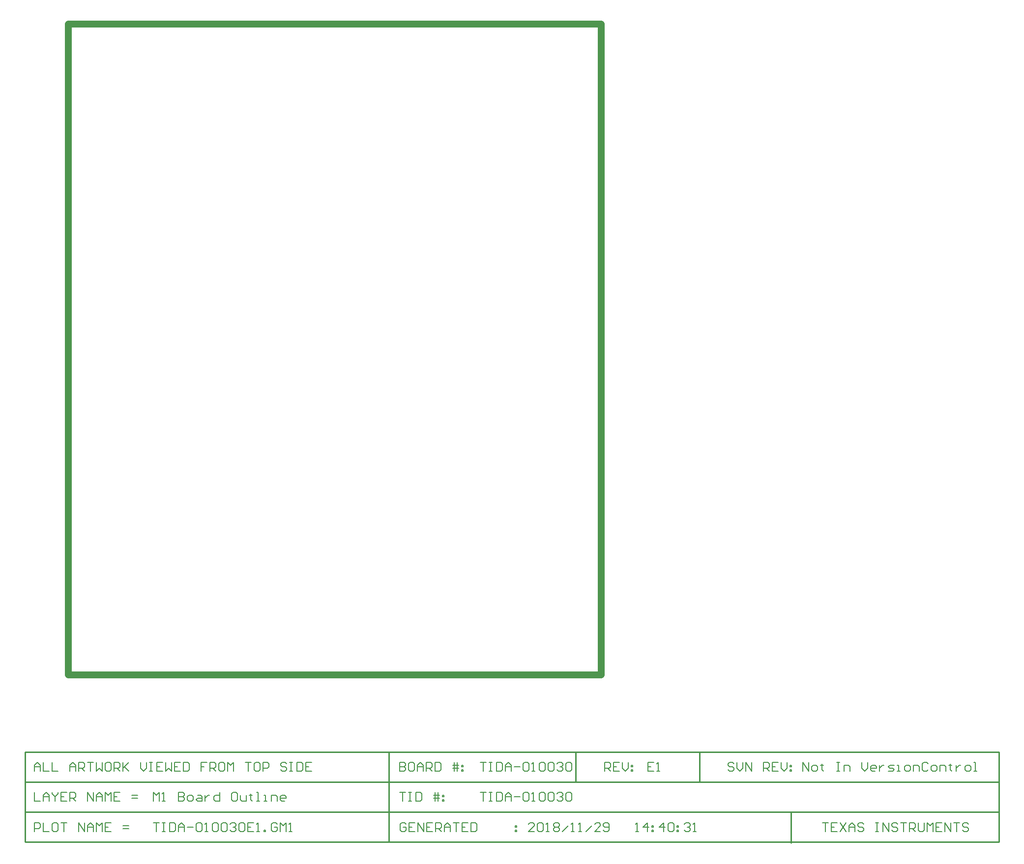
<source format=gm1>
G04 Layer_Color=11296232*
%FSAX25Y25*%
%MOIN*%
G70*
G01*
G75*
%ADD50C,0.01000*%
%ADD63C,0.00800*%
%ADD149C,0.04724*%
G54D50*
X0559400Y0039400D02*
Y0059683D01*
X0440500Y0040050D02*
X0700200D01*
Y0101050D01*
X0286500Y0040050D02*
Y0101050D01*
X0040000Y0040050D02*
Y0101050D01*
X0040050Y0040050D02*
X0197600D01*
X0040050D02*
Y0101050D01*
Y0101050D02*
X0700200D01*
X0040000Y0040050D02*
X0440500D01*
X0040000Y0060383D02*
X0700000D01*
X0040000Y0080717D02*
X0700200D01*
X0413200D02*
Y0101050D01*
X0497200Y0080717D02*
Y0101050D01*
G54D63*
X0126900Y0067551D02*
Y0073549D01*
X0128899Y0071549D01*
X0130899Y0073549D01*
Y0067551D01*
X0132898D02*
X0134897D01*
X0133898D01*
Y0073549D01*
X0132898Y0072549D01*
X0143895Y0073549D02*
Y0067551D01*
X0146894D01*
X0147893Y0068550D01*
Y0069550D01*
X0146894Y0070550D01*
X0143895D01*
X0146894D01*
X0147893Y0071549D01*
Y0072549D01*
X0146894Y0073549D01*
X0143895D01*
X0150892Y0067551D02*
X0152892D01*
X0153891Y0068550D01*
Y0070550D01*
X0152892Y0071549D01*
X0150892D01*
X0149893Y0070550D01*
Y0068550D01*
X0150892Y0067551D01*
X0156890Y0071549D02*
X0158890D01*
X0159889Y0070550D01*
Y0067551D01*
X0156890D01*
X0155891Y0068550D01*
X0156890Y0069550D01*
X0159889D01*
X0161889Y0071549D02*
Y0067551D01*
Y0069550D01*
X0162888Y0070550D01*
X0163888Y0071549D01*
X0164888D01*
X0171885Y0073549D02*
Y0067551D01*
X0168886D01*
X0167887Y0068550D01*
Y0070550D01*
X0168886Y0071549D01*
X0171885D01*
X0182882Y0073549D02*
X0180883D01*
X0179883Y0072549D01*
Y0068550D01*
X0180883Y0067551D01*
X0182882D01*
X0183882Y0068550D01*
Y0072549D01*
X0182882Y0073549D01*
X0185881Y0071549D02*
Y0068550D01*
X0186881Y0067551D01*
X0189880D01*
Y0071549D01*
X0192879Y0072549D02*
Y0071549D01*
X0191879D01*
X0193878D01*
X0192879D01*
Y0068550D01*
X0193878Y0067551D01*
X0196877D02*
X0198877D01*
X0197877D01*
Y0073549D01*
X0196877D01*
X0201876Y0067551D02*
X0203875D01*
X0202875D01*
Y0071549D01*
X0201876D01*
X0206874Y0067551D02*
Y0071549D01*
X0209873D01*
X0210873Y0070550D01*
Y0067551D01*
X0215871D02*
X0213872D01*
X0212872Y0068550D01*
Y0070550D01*
X0213872Y0071549D01*
X0215871D01*
X0216871Y0070550D01*
Y0069550D01*
X0212872D01*
X0348550Y0073498D02*
X0352549D01*
X0350549D01*
Y0067500D01*
X0354548Y0073498D02*
X0356547D01*
X0355548D01*
Y0067500D01*
X0354548D01*
X0356547D01*
X0359546Y0073498D02*
Y0067500D01*
X0362545D01*
X0363545Y0068500D01*
Y0072498D01*
X0362545Y0073498D01*
X0359546D01*
X0365545Y0067500D02*
Y0071499D01*
X0367544Y0073498D01*
X0369543Y0071499D01*
Y0067500D01*
Y0070499D01*
X0365545D01*
X0371543D02*
X0375541D01*
X0377541Y0072498D02*
X0378540Y0073498D01*
X0380540D01*
X0381539Y0072498D01*
Y0068500D01*
X0380540Y0067500D01*
X0378540D01*
X0377541Y0068500D01*
Y0072498D01*
X0383539Y0067500D02*
X0385538D01*
X0384538D01*
Y0073498D01*
X0383539Y0072498D01*
X0388537D02*
X0389537Y0073498D01*
X0391536D01*
X0392536Y0072498D01*
Y0068500D01*
X0391536Y0067500D01*
X0389537D01*
X0388537Y0068500D01*
Y0072498D01*
X0394535D02*
X0395535Y0073498D01*
X0397534D01*
X0398534Y0072498D01*
Y0068500D01*
X0397534Y0067500D01*
X0395535D01*
X0394535Y0068500D01*
Y0072498D01*
X0400533D02*
X0401533Y0073498D01*
X0403532D01*
X0404532Y0072498D01*
Y0071499D01*
X0403532Y0070499D01*
X0402532D01*
X0403532D01*
X0404532Y0069499D01*
Y0068500D01*
X0403532Y0067500D01*
X0401533D01*
X0400533Y0068500D01*
X0406531Y0072498D02*
X0407531Y0073498D01*
X0409530D01*
X0410530Y0072498D01*
Y0068500D01*
X0409530Y0067500D01*
X0407531D01*
X0406531Y0068500D01*
Y0072498D01*
X0294000Y0073498D02*
X0297999D01*
X0295999D01*
Y0067500D01*
X0299998Y0073498D02*
X0301997D01*
X0300998D01*
Y0067500D01*
X0299998D01*
X0301997D01*
X0304996Y0073498D02*
Y0067500D01*
X0307996D01*
X0308995Y0068500D01*
Y0072498D01*
X0307996Y0073498D01*
X0304996D01*
X0317992Y0067500D02*
Y0073498D01*
X0319992D02*
Y0067500D01*
X0316993Y0071499D02*
X0319992D01*
X0320991D01*
X0316993Y0069499D02*
X0320991D01*
X0322991Y0071499D02*
X0323990D01*
Y0070499D01*
X0322991D01*
Y0071499D01*
Y0068500D02*
X0323990D01*
Y0067500D01*
X0322991D01*
Y0068500D01*
X0580500Y0052965D02*
X0584499D01*
X0582499D01*
Y0046966D01*
X0590497Y0052965D02*
X0586498D01*
Y0046966D01*
X0590497D01*
X0586498Y0049966D02*
X0588497D01*
X0592496Y0052965D02*
X0596495Y0046966D01*
Y0052965D02*
X0592496Y0046966D01*
X0598494D02*
Y0050965D01*
X0600493Y0052965D01*
X0602493Y0050965D01*
Y0046966D01*
Y0049966D01*
X0598494D01*
X0608491Y0051965D02*
X0607491Y0052965D01*
X0605492D01*
X0604492Y0051965D01*
Y0050965D01*
X0605492Y0049966D01*
X0607491D01*
X0608491Y0048966D01*
Y0047966D01*
X0607491Y0046966D01*
X0605492D01*
X0604492Y0047966D01*
X0616488Y0052965D02*
X0618488D01*
X0617488D01*
Y0046966D01*
X0616488D01*
X0618488D01*
X0621487D02*
Y0052965D01*
X0625486Y0046966D01*
Y0052965D01*
X0631484Y0051965D02*
X0630484Y0052965D01*
X0628484D01*
X0627485Y0051965D01*
Y0050965D01*
X0628484Y0049966D01*
X0630484D01*
X0631484Y0048966D01*
Y0047966D01*
X0630484Y0046966D01*
X0628484D01*
X0627485Y0047966D01*
X0633483Y0052965D02*
X0637482D01*
X0635482D01*
Y0046966D01*
X0639481D02*
Y0052965D01*
X0642480D01*
X0643480Y0051965D01*
Y0049966D01*
X0642480Y0048966D01*
X0639481D01*
X0641480D02*
X0643480Y0046966D01*
X0645479Y0052965D02*
Y0047966D01*
X0646479Y0046966D01*
X0648478D01*
X0649478Y0047966D01*
Y0052965D01*
X0651477Y0046966D02*
Y0052965D01*
X0653476Y0050965D01*
X0655476Y0052965D01*
Y0046966D01*
X0661474Y0052965D02*
X0657475D01*
Y0046966D01*
X0661474D01*
X0657475Y0049966D02*
X0659474D01*
X0663473Y0046966D02*
Y0052965D01*
X0667472Y0046966D01*
Y0052965D01*
X0669471D02*
X0673470D01*
X0671471D01*
Y0046966D01*
X0679468Y0051965D02*
X0678468Y0052965D01*
X0676469D01*
X0675469Y0051965D01*
Y0050965D01*
X0676469Y0049966D01*
X0678468D01*
X0679468Y0048966D01*
Y0047966D01*
X0678468Y0046966D01*
X0676469D01*
X0675469Y0047966D01*
X0454050Y0046966D02*
X0456049D01*
X0455050D01*
Y0052965D01*
X0454050Y0051965D01*
X0462047Y0046966D02*
Y0052965D01*
X0459048Y0049966D01*
X0463047D01*
X0465046Y0050965D02*
X0466046D01*
Y0049966D01*
X0465046D01*
Y0050965D01*
Y0047966D02*
X0466046D01*
Y0046966D01*
X0465046D01*
Y0047966D01*
X0473044Y0046966D02*
Y0052965D01*
X0470045Y0049966D01*
X0474044D01*
X0476043Y0051965D02*
X0477043Y0052965D01*
X0479042D01*
X0480042Y0051965D01*
Y0047966D01*
X0479042Y0046966D01*
X0477043D01*
X0476043Y0047966D01*
Y0051965D01*
X0482041Y0050965D02*
X0483041D01*
Y0049966D01*
X0482041D01*
Y0050965D01*
Y0047966D02*
X0483041D01*
Y0046966D01*
X0482041D01*
Y0047966D01*
X0487039Y0051965D02*
X0488039Y0052965D01*
X0490038D01*
X0491038Y0051965D01*
Y0050965D01*
X0490038Y0049966D01*
X0489039D01*
X0490038D01*
X0491038Y0048966D01*
Y0047966D01*
X0490038Y0046966D01*
X0488039D01*
X0487039Y0047966D01*
X0493037Y0046966D02*
X0495037D01*
X0494037D01*
Y0052965D01*
X0493037Y0051965D01*
X0046350Y0046966D02*
Y0052965D01*
X0049349D01*
X0050349Y0051965D01*
Y0049966D01*
X0049349Y0048966D01*
X0046350D01*
X0052348Y0052965D02*
Y0046966D01*
X0056347D01*
X0061345Y0052965D02*
X0059346D01*
X0058346Y0051965D01*
Y0047966D01*
X0059346Y0046966D01*
X0061345D01*
X0062345Y0047966D01*
Y0051965D01*
X0061345Y0052965D01*
X0064344D02*
X0068343D01*
X0066343D01*
Y0046966D01*
X0076340D02*
Y0052965D01*
X0080339Y0046966D01*
Y0052965D01*
X0082338Y0046966D02*
Y0050965D01*
X0084338Y0052965D01*
X0086337Y0050965D01*
Y0046966D01*
Y0049966D01*
X0082338D01*
X0088336Y0046966D02*
Y0052965D01*
X0090336Y0050965D01*
X0092335Y0052965D01*
Y0046966D01*
X0098333Y0052965D02*
X0094335D01*
Y0046966D01*
X0098333D01*
X0094335Y0049966D02*
X0096334D01*
X0106331Y0048966D02*
X0110329D01*
X0106331Y0050965D02*
X0110329D01*
X0046350Y0073549D02*
Y0067551D01*
X0050349D01*
X0052348D02*
Y0071549D01*
X0054347Y0073549D01*
X0056347Y0071549D01*
Y0067551D01*
Y0070550D01*
X0052348D01*
X0058346Y0073549D02*
Y0072549D01*
X0060346Y0070550D01*
X0062345Y0072549D01*
Y0073549D01*
X0060346Y0070550D02*
Y0067551D01*
X0068343Y0073549D02*
X0064344D01*
Y0067551D01*
X0068343D01*
X0064344Y0070550D02*
X0066343D01*
X0070342Y0067551D02*
Y0073549D01*
X0073341D01*
X0074341Y0072549D01*
Y0070550D01*
X0073341Y0069550D01*
X0070342D01*
X0072342D02*
X0074341Y0067551D01*
X0082338D02*
Y0073549D01*
X0086337Y0067551D01*
Y0073549D01*
X0088336Y0067551D02*
Y0071549D01*
X0090336Y0073549D01*
X0092335Y0071549D01*
Y0067551D01*
Y0070550D01*
X0088336D01*
X0094335Y0067551D02*
Y0073549D01*
X0096334Y0071549D01*
X0098333Y0073549D01*
Y0067551D01*
X0104331Y0073549D02*
X0100332D01*
Y0067551D01*
X0104331D01*
X0100332Y0070550D02*
X0102332D01*
X0112329Y0069550D02*
X0116327D01*
X0112329Y0071549D02*
X0116327D01*
X0294000Y0093831D02*
Y0087833D01*
X0296999D01*
X0297999Y0088833D01*
Y0089833D01*
X0296999Y0090832D01*
X0294000D01*
X0296999D01*
X0297999Y0091832D01*
Y0092832D01*
X0296999Y0093831D01*
X0294000D01*
X0302997D02*
X0300998D01*
X0299998Y0092832D01*
Y0088833D01*
X0300998Y0087833D01*
X0302997D01*
X0303997Y0088833D01*
Y0092832D01*
X0302997Y0093831D01*
X0305996Y0087833D02*
Y0091832D01*
X0307996Y0093831D01*
X0309995Y0091832D01*
Y0087833D01*
Y0090832D01*
X0305996D01*
X0311994Y0087833D02*
Y0093831D01*
X0314993D01*
X0315993Y0092832D01*
Y0090832D01*
X0314993Y0089833D01*
X0311994D01*
X0313994D02*
X0315993Y0087833D01*
X0317992Y0093831D02*
Y0087833D01*
X0320991D01*
X0321991Y0088833D01*
Y0092832D01*
X0320991Y0093831D01*
X0317992D01*
X0330988Y0087833D02*
Y0093831D01*
X0332987D02*
Y0087833D01*
X0329988Y0091832D02*
X0332987D01*
X0333987D01*
X0329988Y0089833D02*
X0333987D01*
X0335986Y0091832D02*
X0336986D01*
Y0090832D01*
X0335986D01*
Y0091832D01*
Y0088833D02*
X0336986D01*
Y0087833D01*
X0335986D01*
Y0088833D01*
X0348550Y0093831D02*
X0352549D01*
X0350549D01*
Y0087833D01*
X0354548Y0093831D02*
X0356547D01*
X0355548D01*
Y0087833D01*
X0354548D01*
X0356547D01*
X0359546Y0093831D02*
Y0087833D01*
X0362545D01*
X0363545Y0088833D01*
Y0092832D01*
X0362545Y0093831D01*
X0359546D01*
X0365545Y0087833D02*
Y0091832D01*
X0367544Y0093831D01*
X0369543Y0091832D01*
Y0087833D01*
Y0090832D01*
X0365545D01*
X0371543D02*
X0375541D01*
X0377541Y0092832D02*
X0378540Y0093831D01*
X0380540D01*
X0381539Y0092832D01*
Y0088833D01*
X0380540Y0087833D01*
X0378540D01*
X0377541Y0088833D01*
Y0092832D01*
X0383539Y0087833D02*
X0385538D01*
X0384538D01*
Y0093831D01*
X0383539Y0092832D01*
X0388537D02*
X0389537Y0093831D01*
X0391536D01*
X0392536Y0092832D01*
Y0088833D01*
X0391536Y0087833D01*
X0389537D01*
X0388537Y0088833D01*
Y0092832D01*
X0394535D02*
X0395535Y0093831D01*
X0397534D01*
X0398534Y0092832D01*
Y0088833D01*
X0397534Y0087833D01*
X0395535D01*
X0394535Y0088833D01*
Y0092832D01*
X0400533D02*
X0401533Y0093831D01*
X0403532D01*
X0404532Y0092832D01*
Y0091832D01*
X0403532Y0090832D01*
X0402532D01*
X0403532D01*
X0404532Y0089833D01*
Y0088833D01*
X0403532Y0087833D01*
X0401533D01*
X0400533Y0088833D01*
X0406531Y0092832D02*
X0407531Y0093831D01*
X0409530D01*
X0410530Y0092832D01*
Y0088833D01*
X0409530Y0087833D01*
X0407531D01*
X0406531Y0088833D01*
Y0092832D01*
X0466149Y0093831D02*
X0462150D01*
Y0087833D01*
X0466149D01*
X0462150Y0090832D02*
X0464149D01*
X0468148Y0087833D02*
X0470147D01*
X0469148D01*
Y0093831D01*
X0468148Y0092832D01*
X0046350Y0087833D02*
Y0091832D01*
X0048349Y0093831D01*
X0050349Y0091832D01*
Y0087833D01*
Y0090832D01*
X0046350D01*
X0052348Y0093831D02*
Y0087833D01*
X0056347D01*
X0058346Y0093831D02*
Y0087833D01*
X0062345D01*
X0070342D02*
Y0091832D01*
X0072342Y0093831D01*
X0074341Y0091832D01*
Y0087833D01*
Y0090832D01*
X0070342D01*
X0076340Y0087833D02*
Y0093831D01*
X0079339D01*
X0080339Y0092832D01*
Y0090832D01*
X0079339Y0089833D01*
X0076340D01*
X0078340D02*
X0080339Y0087833D01*
X0082338Y0093831D02*
X0086337D01*
X0084338D01*
Y0087833D01*
X0088336Y0093831D02*
Y0087833D01*
X0090336Y0089833D01*
X0092335Y0087833D01*
Y0093831D01*
X0097334D02*
X0095334D01*
X0094335Y0092832D01*
Y0088833D01*
X0095334Y0087833D01*
X0097334D01*
X0098333Y0088833D01*
Y0092832D01*
X0097334Y0093831D01*
X0100332Y0087833D02*
Y0093831D01*
X0103332D01*
X0104331Y0092832D01*
Y0090832D01*
X0103332Y0089833D01*
X0100332D01*
X0102332D02*
X0104331Y0087833D01*
X0106331Y0093831D02*
Y0087833D01*
Y0089833D01*
X0110329Y0093831D01*
X0107330Y0090832D01*
X0110329Y0087833D01*
X0118327Y0093831D02*
Y0089833D01*
X0120326Y0087833D01*
X0122325Y0089833D01*
Y0093831D01*
X0124325D02*
X0126324D01*
X0125324D01*
Y0087833D01*
X0124325D01*
X0126324D01*
X0133322Y0093831D02*
X0129323D01*
Y0087833D01*
X0133322D01*
X0129323Y0090832D02*
X0131323D01*
X0135321Y0093831D02*
Y0087833D01*
X0137321Y0089833D01*
X0139320Y0087833D01*
Y0093831D01*
X0145318D02*
X0141319D01*
Y0087833D01*
X0145318D01*
X0141319Y0090832D02*
X0143319D01*
X0147317Y0093831D02*
Y0087833D01*
X0150316D01*
X0151316Y0088833D01*
Y0092832D01*
X0150316Y0093831D01*
X0147317D01*
X0163312D02*
X0159313D01*
Y0090832D01*
X0161313D01*
X0159313D01*
Y0087833D01*
X0165312D02*
Y0093831D01*
X0168310D01*
X0169310Y0092832D01*
Y0090832D01*
X0168310Y0089833D01*
X0165312D01*
X0167311D02*
X0169310Y0087833D01*
X0174309Y0093831D02*
X0172309D01*
X0171310Y0092832D01*
Y0088833D01*
X0172309Y0087833D01*
X0174309D01*
X0175308Y0088833D01*
Y0092832D01*
X0174309Y0093831D01*
X0177308Y0087833D02*
Y0093831D01*
X0179307Y0091832D01*
X0181306Y0093831D01*
Y0087833D01*
X0189304Y0093831D02*
X0193303D01*
X0191303D01*
Y0087833D01*
X0198301Y0093831D02*
X0196301D01*
X0195302Y0092832D01*
Y0088833D01*
X0196301Y0087833D01*
X0198301D01*
X0199301Y0088833D01*
Y0092832D01*
X0198301Y0093831D01*
X0201300Y0087833D02*
Y0093831D01*
X0204299D01*
X0205299Y0092832D01*
Y0090832D01*
X0204299Y0089833D01*
X0201300D01*
X0217295Y0092832D02*
X0216295Y0093831D01*
X0214296D01*
X0213296Y0092832D01*
Y0091832D01*
X0214296Y0090832D01*
X0216295D01*
X0217295Y0089833D01*
Y0088833D01*
X0216295Y0087833D01*
X0214296D01*
X0213296Y0088833D01*
X0219294Y0093831D02*
X0221293D01*
X0220294D01*
Y0087833D01*
X0219294D01*
X0221293D01*
X0224292Y0093831D02*
Y0087833D01*
X0227291D01*
X0228291Y0088833D01*
Y0092832D01*
X0227291Y0093831D01*
X0224292D01*
X0234289D02*
X0230291D01*
Y0087833D01*
X0234289D01*
X0230291Y0090832D02*
X0232290D01*
X0298199Y0051965D02*
X0297199Y0052965D01*
X0295200D01*
X0294200Y0051965D01*
Y0047966D01*
X0295200Y0046966D01*
X0297199D01*
X0298199Y0047966D01*
Y0049966D01*
X0296199D01*
X0304197Y0052965D02*
X0300198D01*
Y0046966D01*
X0304197D01*
X0300198Y0049966D02*
X0302197D01*
X0306196Y0046966D02*
Y0052965D01*
X0310195Y0046966D01*
Y0052965D01*
X0316193D02*
X0312194D01*
Y0046966D01*
X0316193D01*
X0312194Y0049966D02*
X0314194D01*
X0318192Y0046966D02*
Y0052965D01*
X0321191D01*
X0322191Y0051965D01*
Y0049966D01*
X0321191Y0048966D01*
X0318192D01*
X0320192D02*
X0322191Y0046966D01*
X0324190D02*
Y0050965D01*
X0326190Y0052965D01*
X0328189Y0050965D01*
Y0046966D01*
Y0049966D01*
X0324190D01*
X0330188Y0052965D02*
X0334187D01*
X0332188D01*
Y0046966D01*
X0340185Y0052965D02*
X0336186D01*
Y0046966D01*
X0340185D01*
X0336186Y0049966D02*
X0338186D01*
X0342184Y0052965D02*
Y0046966D01*
X0345183D01*
X0346183Y0047966D01*
Y0051965D01*
X0345183Y0052965D01*
X0342184D01*
X0372175Y0050965D02*
X0373175D01*
Y0049966D01*
X0372175D01*
Y0050965D01*
Y0047966D02*
X0373175D01*
Y0046966D01*
X0372175D01*
Y0047966D01*
X0385149Y0046966D02*
X0381150D01*
X0385149Y0050965D01*
Y0051965D01*
X0384149Y0052965D01*
X0382150D01*
X0381150Y0051965D01*
X0387148D02*
X0388148Y0052965D01*
X0390147D01*
X0391147Y0051965D01*
Y0047966D01*
X0390147Y0046966D01*
X0388148D01*
X0387148Y0047966D01*
Y0051965D01*
X0393146Y0046966D02*
X0395146D01*
X0394146D01*
Y0052965D01*
X0393146Y0051965D01*
X0398145D02*
X0399144Y0052965D01*
X0401144D01*
X0402143Y0051965D01*
Y0050965D01*
X0401144Y0049966D01*
X0402143Y0048966D01*
Y0047966D01*
X0401144Y0046966D01*
X0399144D01*
X0398145Y0047966D01*
Y0048966D01*
X0399144Y0049966D01*
X0398145Y0050965D01*
Y0051965D01*
X0399144Y0049966D02*
X0401144D01*
X0404143Y0046966D02*
X0408141Y0050965D01*
X0410141Y0046966D02*
X0412140D01*
X0411140D01*
Y0052965D01*
X0410141Y0051965D01*
X0415139Y0046966D02*
X0417138D01*
X0416139D01*
Y0052965D01*
X0415139Y0051965D01*
X0420137Y0046966D02*
X0424136Y0050965D01*
X0430134Y0046966D02*
X0426135D01*
X0430134Y0050965D01*
Y0051965D01*
X0429135Y0052965D01*
X0427135D01*
X0426135Y0051965D01*
X0432133Y0047966D02*
X0433133Y0046966D01*
X0435133D01*
X0436132Y0047966D01*
Y0051965D01*
X0435133Y0052965D01*
X0433133D01*
X0432133Y0051965D01*
Y0050965D01*
X0433133Y0049966D01*
X0436132D01*
X0126900Y0052965D02*
X0130899D01*
X0128899D01*
Y0046966D01*
X0132898Y0052965D02*
X0134897D01*
X0133898D01*
Y0046966D01*
X0132898D01*
X0134897D01*
X0137896Y0052965D02*
Y0046966D01*
X0140895D01*
X0141895Y0047966D01*
Y0051965D01*
X0140895Y0052965D01*
X0137896D01*
X0143895Y0046966D02*
Y0050965D01*
X0145894Y0052965D01*
X0147893Y0050965D01*
Y0046966D01*
Y0049966D01*
X0143895D01*
X0149893D02*
X0153891D01*
X0155891Y0051965D02*
X0156890Y0052965D01*
X0158890D01*
X0159889Y0051965D01*
Y0047966D01*
X0158890Y0046966D01*
X0156890D01*
X0155891Y0047966D01*
Y0051965D01*
X0161889Y0046966D02*
X0163888D01*
X0162888D01*
Y0052965D01*
X0161889Y0051965D01*
X0166887D02*
X0167887Y0052965D01*
X0169886D01*
X0170886Y0051965D01*
Y0047966D01*
X0169886Y0046966D01*
X0167887D01*
X0166887Y0047966D01*
Y0051965D01*
X0172885D02*
X0173885Y0052965D01*
X0175884D01*
X0176884Y0051965D01*
Y0047966D01*
X0175884Y0046966D01*
X0173885D01*
X0172885Y0047966D01*
Y0051965D01*
X0178883D02*
X0179883Y0052965D01*
X0181882D01*
X0182882Y0051965D01*
Y0050965D01*
X0181882Y0049966D01*
X0180883D01*
X0181882D01*
X0182882Y0048966D01*
Y0047966D01*
X0181882Y0046966D01*
X0179883D01*
X0178883Y0047966D01*
X0184881Y0051965D02*
X0185881Y0052965D01*
X0187880D01*
X0188880Y0051965D01*
Y0047966D01*
X0187880Y0046966D01*
X0185881D01*
X0184881Y0047966D01*
Y0051965D01*
X0194878Y0052965D02*
X0190879D01*
Y0046966D01*
X0194878D01*
X0190879Y0049966D02*
X0192879D01*
X0196877Y0046966D02*
X0198877D01*
X0197877D01*
Y0052965D01*
X0196877Y0051965D01*
X0201876Y0046966D02*
Y0047966D01*
X0202875D01*
Y0046966D01*
X0201876D01*
X0210873Y0051965D02*
X0209873Y0052965D01*
X0207874D01*
X0206874Y0051965D01*
Y0047966D01*
X0207874Y0046966D01*
X0209873D01*
X0210873Y0047966D01*
Y0049966D01*
X0208874D01*
X0212872Y0046966D02*
Y0052965D01*
X0214872Y0050965D01*
X0216871Y0052965D01*
Y0046966D01*
X0218870D02*
X0220870D01*
X0219870D01*
Y0052965D01*
X0218870Y0051965D01*
X0433000Y0087833D02*
Y0093831D01*
X0435999D01*
X0436999Y0092832D01*
Y0090832D01*
X0435999Y0089833D01*
X0433000D01*
X0434999D02*
X0436999Y0087833D01*
X0442997Y0093831D02*
X0438998D01*
Y0087833D01*
X0442997D01*
X0438998Y0090832D02*
X0440997D01*
X0444996Y0093831D02*
Y0089833D01*
X0446995Y0087833D01*
X0448995Y0089833D01*
Y0093831D01*
X0450994Y0091832D02*
X0451994D01*
Y0090832D01*
X0450994D01*
Y0091832D01*
Y0088833D02*
X0451994D01*
Y0087833D01*
X0450994D01*
Y0088833D01*
X0520799Y0092832D02*
X0519799Y0093831D01*
X0517800D01*
X0516800Y0092832D01*
Y0091832D01*
X0517800Y0090832D01*
X0519799D01*
X0520799Y0089833D01*
Y0088833D01*
X0519799Y0087833D01*
X0517800D01*
X0516800Y0088833D01*
X0522798Y0093831D02*
Y0089833D01*
X0524797Y0087833D01*
X0526797Y0089833D01*
Y0093831D01*
X0528796Y0087833D02*
Y0093831D01*
X0532795Y0087833D01*
Y0093831D01*
X0540792Y0087833D02*
Y0093831D01*
X0543791D01*
X0544791Y0092832D01*
Y0090832D01*
X0543791Y0089833D01*
X0540792D01*
X0542792D02*
X0544791Y0087833D01*
X0550789Y0093831D02*
X0546790D01*
Y0087833D01*
X0550789D01*
X0546790Y0090832D02*
X0548790D01*
X0552788Y0093831D02*
Y0089833D01*
X0554788Y0087833D01*
X0556787Y0089833D01*
Y0093831D01*
X0558786Y0091832D02*
X0559786D01*
Y0090832D01*
X0558786D01*
Y0091832D01*
Y0088833D02*
X0559786D01*
Y0087833D01*
X0558786D01*
Y0088833D01*
X0567400Y0087833D02*
Y0093831D01*
X0571399Y0087833D01*
Y0093831D01*
X0574398Y0087833D02*
X0576397D01*
X0577397Y0088833D01*
Y0090832D01*
X0576397Y0091832D01*
X0574398D01*
X0573398Y0090832D01*
Y0088833D01*
X0574398Y0087833D01*
X0580396Y0092832D02*
Y0091832D01*
X0579396D01*
X0581395D01*
X0580396D01*
Y0088833D01*
X0581395Y0087833D01*
X0590393Y0093831D02*
X0592392D01*
X0591392D01*
Y0087833D01*
X0590393D01*
X0592392D01*
X0595391D02*
Y0091832D01*
X0598390D01*
X0599390Y0090832D01*
Y0087833D01*
X0607387Y0093831D02*
Y0089833D01*
X0609386Y0087833D01*
X0611386Y0089833D01*
Y0093831D01*
X0616384Y0087833D02*
X0614385D01*
X0613385Y0088833D01*
Y0090832D01*
X0614385Y0091832D01*
X0616384D01*
X0617384Y0090832D01*
Y0089833D01*
X0613385D01*
X0619383Y0091832D02*
Y0087833D01*
Y0089833D01*
X0620383Y0090832D01*
X0621383Y0091832D01*
X0622382D01*
X0625381Y0087833D02*
X0628380D01*
X0629380Y0088833D01*
X0628380Y0089833D01*
X0626381D01*
X0625381Y0090832D01*
X0626381Y0091832D01*
X0629380D01*
X0631379Y0087833D02*
X0633379D01*
X0632379D01*
Y0091832D01*
X0631379D01*
X0637377Y0087833D02*
X0639377D01*
X0640376Y0088833D01*
Y0090832D01*
X0639377Y0091832D01*
X0637377D01*
X0636378Y0090832D01*
Y0088833D01*
X0637377Y0087833D01*
X0642376D02*
Y0091832D01*
X0645375D01*
X0646374Y0090832D01*
Y0087833D01*
X0652373Y0092832D02*
X0651373Y0093831D01*
X0649373D01*
X0648374Y0092832D01*
Y0088833D01*
X0649373Y0087833D01*
X0651373D01*
X0652373Y0088833D01*
X0655372Y0087833D02*
X0657371D01*
X0658371Y0088833D01*
Y0090832D01*
X0657371Y0091832D01*
X0655372D01*
X0654372Y0090832D01*
Y0088833D01*
X0655372Y0087833D01*
X0660370D02*
Y0091832D01*
X0663369D01*
X0664369Y0090832D01*
Y0087833D01*
X0667368Y0092832D02*
Y0091832D01*
X0666368D01*
X0668367D01*
X0667368D01*
Y0088833D01*
X0668367Y0087833D01*
X0671366Y0091832D02*
Y0087833D01*
Y0089833D01*
X0672366Y0090832D01*
X0673366Y0091832D01*
X0674365D01*
X0678364Y0087833D02*
X0680364D01*
X0681363Y0088833D01*
Y0090832D01*
X0680364Y0091832D01*
X0678364D01*
X0677364Y0090832D01*
Y0088833D01*
X0678364Y0087833D01*
X0683362D02*
X0685362D01*
X0684362D01*
Y0093831D01*
X0683362D01*
G54D149*
X0069200Y0153400D02*
Y0594900D01*
X0430500D01*
Y0153400D02*
Y0594900D01*
X0069200Y0153400D02*
X0430500D01*
M02*

</source>
